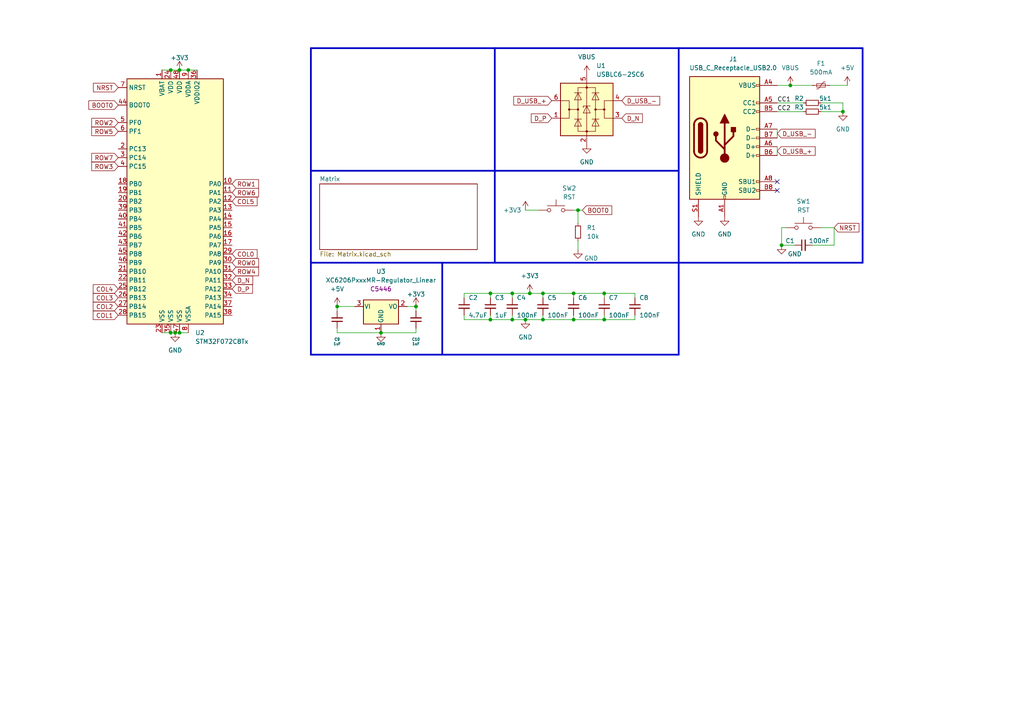
<source format=kicad_sch>
(kicad_sch (version 20230121) (generator eeschema)
  (paper "A4")
  (lib_symbols
    (symbol "Connector:USB_C_Receptacle_USB2.0" (pin_names (offset 1.016))
      (property "Reference" "J" (at -10.16 19.05 0))
      (property "Value" "USB_C_Receptacle_USB2.0" (at 19.05 19.05 0))
      (symbol "USB_C_Receptacle_USB2.0_0_0"
        (rectangle (start -0.254 -17.78) (end 0.254 -16.764))
        (rectangle (start 10.16 -14.986) (end 9.144 -15.494))
        (rectangle (start 10.16 -12.446) (end 9.144 -12.954))
        (rectangle (start 10.16 -4.826) (end 9.144 -5.334))
        (rectangle (start 10.16 -2.286) (end 9.144 -2.794))
        (rectangle (start 10.16 0.254) (end 9.144 -0.254))
        (rectangle (start 10.16 2.794) (end 9.144 2.286))
        (rectangle (start 10.16 7.874) (end 9.144 7.366))
        (rectangle (start 10.16 10.414) (end 9.144 9.906))
        (rectangle (start 10.16 15.494) (end 9.144 14.986))
      )
      (symbol "USB_C_Receptacle_USB2.0_0_1"
        (rectangle (start -10.16 17.78) (end 10.16 -17.78) (stroke (width 0.254)) (fill (type background)))
        (arc (start -8.89 -3.81) (mid -6.985 -5.7067) (end -5.08 -3.81) (stroke (width 0.508)))
        (arc (start -7.62 -3.81) (mid -6.985 -4.4423) (end -6.35 -3.81) (stroke (width 0.254)))
        (arc (start -7.62 -3.81) (mid -6.985 -4.4423) (end -6.35 -3.81) (stroke (width 0.254)) (fill (type outline)))
        (rectangle (start -7.62 -3.81) (end -6.35 3.81) (stroke (width 0.254)) (fill (type outline)))
        (arc (start -6.35 3.81) (mid -6.985 4.4423) (end -7.62 3.81) (stroke (width 0.254)))
        (arc (start -6.35 3.81) (mid -6.985 4.4423) (end -7.62 3.81) (stroke (width 0.254)) (fill (type outline)))
        (arc (start -5.08 3.81) (mid -6.985 5.7067) (end -8.89 3.81) (stroke (width 0.508)))
        (circle (center -2.54 1.143) (radius 0.635) (stroke (width 0.254)) (fill (type outline)))
        (circle (center 0 -5.842) (radius 1.27) (fill (type outline)))
        (polyline (pts (xy -8.89 -3.81) (xy -8.89 3.81)) (stroke (width 0.508)))
        (polyline (pts (xy -5.08 3.81) (xy -5.08 -3.81)) (stroke (width 0.508)))
        (polyline (pts (xy 0 -5.842) (xy 0 4.318)) (stroke (width 0.508)))
        (polyline (pts (xy 0 -3.302) (xy -2.54 -0.762) (xy -2.54 0.508)) (stroke (width 0.508)))
        (polyline (pts (xy 0 -2.032) (xy 2.54 0.508) (xy 2.54 1.778)) (stroke (width 0.508)))
        (polyline (pts (xy -1.27 4.318) (xy 0 6.858) (xy 1.27 4.318) (xy -1.27 4.318)) (stroke (width 0.254)) (fill (type outline)))
        (rectangle (start 1.905 1.778) (end 3.175 3.048) (stroke (width 0.254)) (fill (type outline)))
      )
      (symbol "USB_C_Receptacle_USB2.0_1_1"
        (pin passive line (at 0 -22.86 90) (length 5.08) (name "GND") (number "A1"))
        (pin passive line (at 0 -22.86 90) (length 5.08) hide (name "GND") (number "A12"))
        (pin passive line (at 15.24 15.24 180) (length 5.08) (name "VBUS") (number "A4"))
        (pin bidirectional line (at 15.24 10.16 180) (length 5.08) (name "CC1") (number "A5"))
        (pin bidirectional line (at 15.24 -2.54 180) (length 5.08) (name "D+") (number "A6"))
        (pin bidirectional line (at 15.24 2.54 180) (length 5.08) (name "D-") (number "A7"))
        (pin bidirectional line (at 15.24 -12.7 180) (length 5.08) (name "SBU1") (number "A8"))
        (pin passive line (at 15.24 15.24 180) (length 5.08) hide (name "VBUS") (number "A9"))
        (pin passive line (at 0 -22.86 90) (length 5.08) hide (name "GND") (number "B1"))
        (pin passive line (at 0 -22.86 90) (length 5.08) hide (name "GND") (number "B12"))
        (pin passive line (at 15.24 15.24 180) (length 5.08) hide (name "VBUS") (number "B4"))
        (pin bidirectional line (at 15.24 7.62 180) (length 5.08) (name "CC2") (number "B5"))
        (pin bidirectional line (at 15.24 -5.08 180) (length 5.08) (name "D+") (number "B6"))
        (pin bidirectional line (at 15.24 0 180) (length 5.08) (name "D-") (number "B7"))
        (pin bidirectional line (at 15.24 -15.24 180) (length 5.08) (name "SBU2") (number "B8"))
        (pin passive line (at 15.24 15.24 180) (length 5.08) hide (name "VBUS") (number "B9"))
        (pin passive line (at -7.62 -22.86 90) (length 5.08) (name "SHIELD") (number "S1"))
      )
    )
    (symbol "Device:C_Small" (pin_numbers hide) (pin_names (offset 0.254) hide)
      (property "Reference" "C" (at 0.254 1.778 0))
      (property "Value" "C_Small" (at 0.254 -2.032 0))
      (symbol "C_Small_0_1"
        (polyline (pts (xy -1.524 -0.508) (xy 1.524 -0.508)) (stroke (width 0.3302)))
        (polyline (pts (xy -1.524 0.508) (xy 1.524 0.508)) (stroke (width 0.3048)))
      )
      (symbol "C_Small_1_1"
        (pin passive line (at 0 2.54 270) (length 2.032) (name "~") (number "1"))
        (pin passive line (at 0 -2.54 90) (length 2.032) (name "~") (number "2"))
      )
    )
    (symbol "Device:Polyfuse_Small" (pin_numbers hide) (pin_names (offset 0))
      (property "Reference" "F" (at -1.905 0 90))
      (property "Value" "Polyfuse_Small" (at 1.905 0 90))
      (symbol "Polyfuse_Small_0_1"
        (rectangle (start -0.508 1.27) (end 0.508 -1.27))
        (polyline (pts (xy 0 2.54) (xy 0 -2.54)))
        (polyline (pts (xy -1.016 1.27) (xy -1.016 0.762) (xy 1.016 -0.762) (xy 1.016 -1.27)))
      )
      (symbol "Polyfuse_Small_1_1"
        (pin passive line (at 0 2.54 270) (length 0.635) (name "~") (number "1"))
        (pin passive line (at 0 -2.54 90) (length 0.635) (name "~") (number "2"))
      )
    )
    (symbol "Device:R_Small" (pin_numbers hide) (pin_names (offset 0.254) hide)
      (property "Reference" "R" (at 0.762 0.508 0))
      (property "Value" "R_Small" (at 0.762 -1.016 0))
      (symbol "R_Small_0_1"
        (rectangle (start -0.762 1.778) (end 0.762 -1.778) (stroke (width 0.2032)))
      )
      (symbol "R_Small_1_1"
        (pin passive line (at 0 2.54 270) (length 0.762) (name "~") (number "1"))
        (pin passive line (at 0 -2.54 90) (length 0.762) (name "~") (number "2"))
      )
    )
    (symbol "MCU_ST_STM32F0:STM32F072C8Tx"
      (property "Reference" "U" (at -15.24 36.83 0))
      (property "Value" "STM32F072C8Tx" (at 7.62 36.83 0))
      (symbol "STM32F072C8Tx_0_1"
        (rectangle (start -15.24 -35.56) (end 12.7 35.56) (stroke (width 0.254)) (fill (type background)))
      )
      (symbol "STM32F072C8Tx_1_1"
        (pin power_in line (at -5.08 38.1 270) (length 2.54) (name "VBAT") (number "1"))
        (pin bidirectional line (at 15.24 5.08 180) (length 2.54) (name "PA0") (number "10"))
        (pin bidirectional line (at 15.24 2.54 180) (length 2.54) (name "PA1") (number "11"))
        (pin bidirectional line (at 15.24 0 180) (length 2.54) (name "PA2") (number "12"))
        (pin bidirectional line (at 15.24 -2.54 180) (length 2.54) (name "PA3") (number "13"))
        (pin bidirectional line (at 15.24 -5.08 180) (length 2.54) (name "PA4") (number "14"))
        (pin bidirectional line (at 15.24 -7.62 180) (length 2.54) (name "PA5") (number "15"))
        (pin bidirectional line (at 15.24 -10.16 180) (length 2.54) (name "PA6") (number "16"))
        (pin bidirectional line (at 15.24 -12.7 180) (length 2.54) (name "PA7") (number "17"))
        (pin bidirectional line (at -17.78 5.08 0) (length 2.54) (name "PB0") (number "18"))
        (pin bidirectional line (at -17.78 2.54 0) (length 2.54) (name "PB1") (number "19"))
        (pin bidirectional line (at -17.78 15.24 0) (length 2.54) (name "PC13") (number "2"))
        (pin bidirectional line (at -17.78 0 0) (length 2.54) (name "PB2") (number "20"))
        (pin bidirectional line (at -17.78 -20.32 0) (length 2.54) (name "PB10") (number "21"))
        (pin bidirectional line (at -17.78 -22.86 0) (length 2.54) (name "PB11") (number "22"))
        (pin power_in line (at -5.08 -38.1 90) (length 2.54) (name "VSS") (number "23"))
        (pin power_in line (at -2.54 38.1 270) (length 2.54) (name "VDD") (number "24"))
        (pin bidirectional line (at -17.78 -25.4 0) (length 2.54) (name "PB12") (number "25"))
        (pin bidirectional line (at -17.78 -27.94 0) (length 2.54) (name "PB13") (number "26"))
        (pin bidirectional line (at -17.78 -30.48 0) (length 2.54) (name "PB14") (number "27"))
        (pin bidirectional line (at -17.78 -33.02 0) (length 2.54) (name "PB15") (number "28"))
        (pin bidirectional line (at 15.24 -15.24 180) (length 2.54) (name "PA8") (number "29"))
        (pin bidirectional line (at -17.78 12.7 0) (length 2.54) (name "PC14") (number "3"))
        (pin bidirectional line (at 15.24 -17.78 180) (length 2.54) (name "PA9") (number "30"))
        (pin bidirectional line (at 15.24 -20.32 180) (length 2.54) (name "PA10") (number "31"))
        (pin bidirectional line (at 15.24 -22.86 180) (length 2.54) (name "PA11") (number "32"))
        (pin bidirectional line (at 15.24 -25.4 180) (length 2.54) (name "PA12") (number "33"))
        (pin bidirectional line (at 15.24 -27.94 180) (length 2.54) (name "PA13") (number "34"))
        (pin power_in line (at -2.54 -38.1 90) (length 2.54) (name "VSS") (number "35"))
        (pin power_in line (at 5.08 38.1 270) (length 2.54) (name "VDDIO2") (number "36"))
        (pin bidirectional line (at 15.24 -30.48 180) (length 2.54) (name "PA14") (number "37"))
        (pin bidirectional line (at 15.24 -33.02 180) (length 2.54) (name "PA15") (number "38"))
        (pin bidirectional line (at -17.78 -2.54 0) (length 2.54) (name "PB3") (number "39"))
        (pin bidirectional line (at -17.78 10.16 0) (length 2.54) (name "PC15") (number "4"))
        (pin bidirectional line (at -17.78 -5.08 0) (length 2.54) (name "PB4") (number "40"))
        (pin bidirectional line (at -17.78 -7.62 0) (length 2.54) (name "PB5") (number "41"))
        (pin bidirectional line (at -17.78 -10.16 0) (length 2.54) (name "PB6") (number "42"))
        (pin bidirectional line (at -17.78 -12.7 0) (length 2.54) (name "PB7") (number "43"))
        (pin input line (at -17.78 27.94 0) (length 2.54) (name "BOOT0") (number "44"))
        (pin bidirectional line (at -17.78 -15.24 0) (length 2.54) (name "PB8") (number "45"))
        (pin bidirectional line (at -17.78 -17.78 0) (length 2.54) (name "PB9") (number "46"))
        (pin power_in line (at 0 -38.1 90) (length 2.54) (name "VSS") (number "47"))
        (pin power_in line (at 0 38.1 270) (length 2.54) (name "VDD") (number "48"))
        (pin input line (at -17.78 22.86 0) (length 2.54) (name "PF0") (number "5"))
        (pin input line (at -17.78 20.32 0) (length 2.54) (name "PF1") (number "6"))
        (pin input line (at -17.78 33.02 0) (length 2.54) (name "NRST") (number "7"))
        (pin power_in line (at 2.54 -38.1 90) (length 2.54) (name "VSSA") (number "8"))
        (pin power_in line (at 2.54 38.1 270) (length 2.54) (name "VDDA") (number "9"))
      )
    )
    (symbol "Power_Protection:USBLC6-2SC6" (pin_names hide)
      (property "Reference" "U" (at 2.54 8.89 0))
      (property "Value" "USBLC6-2SC6" (at 2.54 -8.89 0))
      (symbol "USBLC6-2SC6_0_1"
        (rectangle (start -7.62 -7.62) (end 7.62 7.62) (stroke (width 0.254)) (fill (type background)))
        (circle (center -5.08 0) (radius 0.254) (fill (type outline)))
        (circle (center -2.54 0) (radius 0.254) (fill (type outline)))
        (rectangle (start -2.54 6.35) (end 2.54 -6.35))
        (circle (center 0 -6.35) (radius 0.254) (fill (type outline)))
        (polyline (pts (xy -5.08 -2.54) (xy -7.62 -2.54)))
        (polyline (pts (xy -5.08 0) (xy -5.08 -2.54)))
        (polyline (pts (xy -5.08 2.54) (xy -7.62 2.54)))
        (polyline (pts (xy -1.524 -2.794) (xy -3.556 -2.794)))
        (polyline (pts (xy -1.524 4.826) (xy -3.556 4.826)))
        (polyline (pts (xy 0 -7.62) (xy 0 -6.35)))
        (polyline (pts (xy 0 -6.35) (xy 0 1.27)))
        (polyline (pts (xy 0 1.27) (xy 0 6.35)))
        (polyline (pts (xy 0 6.35) (xy 0 7.62)))
        (polyline (pts (xy 1.524 -2.794) (xy 3.556 -2.794)))
        (polyline (pts (xy 1.524 4.826) (xy 3.556 4.826)))
        (polyline (pts (xy 5.08 -2.54) (xy 7.62 -2.54)))
        (polyline (pts (xy 5.08 0) (xy 5.08 -2.54)))
        (polyline (pts (xy 5.08 2.54) (xy 7.62 2.54)))
        (polyline (pts (xy -2.54 0) (xy -5.08 0) (xy -5.08 2.54)))
        (polyline (pts (xy 2.54 0) (xy 5.08 0) (xy 5.08 2.54)))
        (polyline (pts (xy -3.556 -4.826) (xy -1.524 -4.826) (xy -2.54 -2.794) (xy -3.556 -4.826)))
        (polyline (pts (xy -3.556 2.794) (xy -1.524 2.794) (xy -2.54 4.826) (xy -3.556 2.794)))
        (polyline (pts (xy -1.016 -1.016) (xy 1.016 -1.016) (xy 0 1.016) (xy -1.016 -1.016)))
        (polyline (pts (xy 1.016 1.016) (xy 0.762 1.016) (xy -1.016 1.016) (xy -1.016 0.508)))
        (polyline (pts (xy 3.556 -4.826) (xy 1.524 -4.826) (xy 2.54 -2.794) (xy 3.556 -4.826)))
        (polyline (pts (xy 3.556 2.794) (xy 1.524 2.794) (xy 2.54 4.826) (xy 3.556 2.794)))
        (circle (center 0 6.35) (radius 0.254) (fill (type outline)))
        (circle (center 2.54 0) (radius 0.254) (fill (type outline)))
        (circle (center 5.08 0) (radius 0.254) (fill (type outline)))
      )
      (symbol "USBLC6-2SC6_1_1"
        (pin passive line (at -10.16 -2.54 0) (length 2.54) (name "I/O1") (number "1"))
        (pin passive line (at 0 -10.16 90) (length 2.54) (name "GND") (number "2"))
        (pin passive line (at 10.16 -2.54 180) (length 2.54) (name "I/O2") (number "3"))
        (pin passive line (at 10.16 2.54 180) (length 2.54) (name "I/O2") (number "4"))
        (pin passive line (at 0 10.16 270) (length 2.54) (name "VBUS") (number "5"))
        (pin passive line (at -10.16 2.54 0) (length 2.54) (name "I/O1") (number "6"))
      )
    )
    (symbol "Switch:SW_Push" (pin_numbers hide) (pin_names (offset 1.016) hide)
      (property "Reference" "SW" (at 1.27 2.54 0))
      (property "Value" "SW_Push" (at 0 -1.524 0))
      (symbol "SW_Push_0_1"
        (circle (center -2.032 0) (radius 0.508))
        (polyline (pts (xy 0 1.27) (xy 0 3.048)))
        (polyline (pts (xy 2.54 1.27) (xy -2.54 1.27)))
        (circle (center 2.032 0) (radius 0.508))
        (pin passive line (at -5.08 0 0) (length 2.54) (name "1") (number "1"))
        (pin passive line (at 5.08 0 180) (length 2.54) (name "2") (number "2"))
      )
    )
    (symbol "kicad-keyboard-parts:XC6206PxxxMR-Regulator_Linear" (pin_names (offset 0.254))
      (property "Reference" "U" (at -3.81 3.175 0))
      (property "Value" "XC6206PxxxMR-Regulator_Linear" (at 0 3.175 0))
      (property "LCSC" "C5446" (at 0 0 0))
      (symbol "XC6206PxxxMR-Regulator_Linear_0_1"
        (rectangle (start -5.08 1.905) (end 5.08 -5.08) (stroke (width 0.254)) (fill (type background)))
      )
      (symbol "XC6206PxxxMR-Regulator_Linear_1_1"
        (pin power_in line (at 0 -7.62 90) (length 2.54) (name "GND") (number "1"))
        (pin power_out line (at 7.62 0 180) (length 2.54) (name "VO") (number "2"))
        (pin power_in line (at -7.62 0 0) (length 2.54) (name "VI") (number "3"))
      )
    )
    (symbol "power:+3.3V" (power) (pin_names (offset 0))
      (property "Value" "+3.3V" (at 0 3.556 0))
      (symbol "+3.3V_0_1"
        (polyline (pts (xy -0.762 1.27) (xy 0 2.54)))
        (polyline (pts (xy 0 0) (xy 0 2.54)))
        (polyline (pts (xy 0 2.54) (xy 0.762 1.27)))
      )
      (symbol "+3.3V_1_1"
        (pin power_in line (at 0 0 90) (length 0) hide (name "+3V3") (number "1"))
      )
    )
    (symbol "power:+3V3" (power) (pin_names (offset 0))
      (property "Value" "+3V3" (at 0 3.556 0))
      (symbol "+3V3_0_1"
        (polyline (pts (xy -0.762 1.27) (xy 0 2.54)))
        (polyline (pts (xy 0 0) (xy 0 2.54)))
        (polyline (pts (xy 0 2.54) (xy 0.762 1.27)))
      )
      (symbol "+3V3_1_1"
        (pin power_in line (at 0 0 90) (length 0) hide (name "+3V3") (number "1"))
      )
    )
    (symbol "power:+5V" (power) (pin_names (offset 0))
      (property "Value" "+5V" (at 0 3.556 0))
      (symbol "+5V_0_1"
        (polyline (pts (xy -0.762 1.27) (xy 0 2.54)))
        (polyline (pts (xy 0 0) (xy 0 2.54)))
        (polyline (pts (xy 0 2.54) (xy 0.762 1.27)))
      )
      (symbol "+5V_1_1"
        (pin power_in line (at 0 0 90) (length 0) hide (name "+5V") (number "1"))
      )
    )
    (symbol "power:GND" (power) (pin_names (offset 0))
      (property "Value" "GND" (at 0 -3.81 0))
      (symbol "GND_0_1"
        (polyline (pts (xy 0 0) (xy 0 -1.27) (xy 1.27 -1.27) (xy 0 -2.54) (xy -1.27 -1.27) (xy 0 -1.27)))
      )
      (symbol "GND_1_1"
        (pin power_in line (at 0 0 270) (length 0) hide (name "GND") (number "1"))
      )
    )
    (symbol "power:VBUS" (power) (pin_names (offset 0))
      (property "Value" "VBUS" (at 0 3.81 0))
      (symbol "VBUS_0_1"
        (polyline (pts (xy -0.762 1.27) (xy 0 2.54)))
        (polyline (pts (xy 0 0) (xy 0 2.54)))
        (polyline (pts (xy 0 2.54) (xy 0.762 1.27)))
      )
      (symbol "VBUS_1_1"
        (pin power_in line (at 0 0 90) (length 0) hide (name "VBUS") (number "1"))
      )
    )
  )
  (junction (at 157.48 85.09))
  (junction (at 148.59 85.09))
  (junction (at 229.235 24.765))
  (junction (at 142.24 85.09))
  (junction (at 226.695 71.12))
  (junction (at 148.59 92.71))
  (junction (at 52.07 96.52))
  (junction (at 120.65 88.9) (diameter 0.9144))
  (junction (at 153.67 85.09))
  (junction (at 142.24 92.71))
  (junction (at 244.475 32.385))
  (junction (at 166.37 92.71))
  (junction (at 166.37 85.09))
  (junction (at 49.53 96.52))
  (junction (at 97.79 88.9) (diameter 0.9144))
  (junction (at 152.4 92.71))
  (junction (at 157.48 92.71))
  (junction (at 175.26 92.71))
  (junction (at 49.53 20.32))
  (junction (at 167.64 60.96))
  (junction (at 175.26 85.09))
  (junction (at 110.49 96.52) (diameter 0.9144))
  (junction (at 50.8 96.52))
  (junction (at 52.07 20.32))
  (junction (at 54.61 20.32))
  (no_connect (at 225.425 52.705))
  (no_connect (at 225.425 55.245))
  (polyline (pts (xy 143.51 49.53) (xy 196.85 49.53)) (stroke (width 0.5) (type solid)))
  (wire (pts (xy 157.48 85.09) (xy 166.37 85.09)))
  (wire (pts (xy 166.37 85.09) (xy 166.37 86.36)))
  (polyline (pts (xy 90.17 13.97) (xy 143.51 13.97)) (stroke (width 0.5) (type solid)))
  (wire (pts (xy 142.24 91.44) (xy 142.24 92.71)))
  (wire (pts (xy 166.37 85.09) (xy 175.26 85.09)))
  (wire (pts (xy 175.26 85.09) (xy 184.15 85.09)))
  (wire (pts (xy 167.64 60.96) (xy 167.64 64.77)))
  (wire (pts (xy 134.62 86.36) (xy 134.62 85.09)))
  (wire (pts (xy 134.62 85.09) (xy 142.24 85.09)))
  (wire (pts (xy 97.79 88.9) (xy 102.87 88.9)))
  (wire (pts (xy 134.62 91.44) (xy 134.62 92.71)))
  (wire (pts (xy 226.695 66.04) (xy 227.965 66.04)))
  (wire (pts (xy 166.37 60.96) (xy 167.64 60.96)))
  (wire (pts (xy 54.61 20.32) (xy 52.07 20.32)))
  (wire (pts (xy 97.79 95.25) (xy 97.79 96.52)))
  (wire (pts (xy 50.8 96.52) (xy 52.07 96.52)))
  (wire (pts (xy 225.425 24.765) (xy 229.235 24.765)))
  (wire (pts (xy 167.64 60.96) (xy 168.91 60.96)))
  (polyline (pts (xy 90.17 102.87) (xy 196.85 102.87)) (stroke (width 0.5) (type solid)))
  (wire (pts (xy 46.99 20.32) (xy 49.53 20.32)))
  (wire (pts (xy 152.4 60.96) (xy 156.21 60.96)))
  (wire (pts (xy 235.585 71.12) (xy 241.935 71.12)))
  (polyline (pts (xy 90.17 49.53) (xy 143.51 49.53)) (stroke (width 0.5) (type solid)))
  (polyline (pts (xy 128.27 76.2) (xy 128.27 102.87)) (stroke (width 0.5) (type solid)))
  (wire (pts (xy 240.665 24.765) (xy 245.745 24.765)))
  (polyline (pts (xy 90.17 76.2) (xy 90.17 102.87)) (stroke (width 0.5) (type solid)))
  (wire (pts (xy 142.24 85.09) (xy 142.24 86.36)))
  (wire (pts (xy 225.425 37.465) (xy 225.425 40.005)))
  (wire (pts (xy 110.49 96.52) (xy 97.79 96.52)))
  (wire (pts (xy 157.48 92.71) (xy 166.37 92.71)))
  (wire (pts (xy 166.37 92.71) (xy 166.37 91.44)))
  (wire (pts (xy 238.125 29.845) (xy 244.475 29.845)))
  (wire (pts (xy 241.935 71.12) (xy 241.935 66.04)))
  (wire (pts (xy 175.26 85.09) (xy 175.26 86.36)))
  (wire (pts (xy 175.26 91.44) (xy 175.26 92.71)))
  (wire (pts (xy 225.425 32.385) (xy 233.045 32.385)))
  (wire (pts (xy 148.59 91.44) (xy 148.59 92.71)))
  (wire (pts (xy 238.125 66.04) (xy 241.935 66.04)))
  (wire (pts (xy 226.695 71.12) (xy 226.695 66.04)))
  (wire (pts (xy 120.65 88.9) (xy 120.65 90.17)))
  (wire (pts (xy 148.59 85.09) (xy 142.24 85.09)))
  (wire (pts (xy 148.59 85.09) (xy 148.59 86.36)))
  (wire (pts (xy 142.24 92.71) (xy 148.59 92.71)))
  (wire (pts (xy 157.48 92.71) (xy 157.48 91.44)))
  (wire (pts (xy 134.62 92.71) (xy 142.24 92.71)))
  (wire (pts (xy 238.125 32.385) (xy 244.475 32.385)))
  (wire (pts (xy 184.15 85.09) (xy 184.15 86.36)))
  (wire (pts (xy 54.61 20.32) (xy 57.15 20.32)))
  (wire (pts (xy 157.48 85.09) (xy 157.48 86.36)))
  (wire (pts (xy 166.37 92.71) (xy 175.26 92.71)))
  (wire (pts (xy 175.26 92.71) (xy 184.15 92.71)))
  (wire (pts (xy 225.425 29.845) (xy 233.045 29.845)))
  (wire (pts (xy 184.15 91.44) (xy 184.15 92.71)))
  (polyline (pts (xy 90.17 76.2) (xy 143.51 76.2)) (stroke (width 0.5) (type solid)))
  (wire (pts (xy 167.64 69.85) (xy 167.64 72.39)))
  (wire (pts (xy 244.475 29.845) (xy 244.475 32.385)))
  (wire (pts (xy 120.65 95.25) (xy 120.65 96.52)))
  (wire (pts (xy 110.49 96.52) (xy 120.65 96.52)))
  (wire (pts (xy 46.99 96.52) (xy 49.53 96.52)))
  (wire (pts (xy 148.59 92.71) (xy 152.4 92.71)))
  (polyline (pts (xy 143.51 13.97) (xy 143.51 76.2)) (stroke (width 0.5) (type solid)))
  (polyline (pts (xy 143.51 13.97) (xy 196.85 13.97)) (stroke (width 0.5) (type solid)))
  (polyline (pts (xy 196.85 13.97) (xy 250.19 13.97)) (stroke (width 0.5) (type solid)))
  (polyline (pts (xy 143.51 76.2) (xy 196.85 76.2)) (stroke (width 0.5) (type solid)))
  (polyline (pts (xy 196.85 76.2) (xy 250.19 76.2)) (stroke (width 0.5) (type solid)))
  (polyline (pts (xy 196.85 76.2) (xy 196.85 13.97)) (stroke (width 0.5) (type solid)))
  (polyline (pts (xy 250.19 76.2) (xy 250.19 13.97)) (stroke (width 0.5) (type solid)))
  (wire (pts (xy 49.53 20.32) (xy 52.07 20.32)))
  (wire (pts (xy 230.505 71.12) (xy 226.695 71.12)))
  (polyline (pts (xy 90.17 76.2) (xy 90.17 13.97)) (stroke (width 0.5) (type solid)))
  (wire (pts (xy 225.425 42.545) (xy 225.425 45.085)))
  (wire (pts (xy 52.07 96.52) (xy 54.61 96.52)))
  (polyline (pts (xy 196.85 76.2) (xy 196.85 102.87)) (stroke (width 0.5) (type solid)))
  (wire (pts (xy 229.235 24.765) (xy 235.585 24.765)))
  (wire (pts (xy 97.79 88.9) (xy 97.79 90.17)))
  (wire (pts (xy 118.11 88.9) (xy 120.65 88.9)))
  (wire (pts (xy 49.53 96.52) (xy 50.8 96.52)))
  (wire (pts (xy 148.59 85.09) (xy 153.67 85.09)))
  (wire (pts (xy 153.67 85.09) (xy 157.48 85.09)))
  (wire (pts (xy 152.4 92.71) (xy 157.48 92.71)))
  (label "CC2" (at 225.425 32.385 0))
  (label "CC1" (at 225.425 29.845 0))
  (global_label "D_P" (shape input) (at 67.31 83.82 0) (property "Intersheetrefs" "${INTERSHEET_REFS}" (effects hide)))
  (global_label "D_P" (shape input) (at 160.02 34.29 180) (property "Intersheetrefs" "${INTERSHEET_REFS}" (effects hide)))
  (global_label "COL0" (shape input) (at 67.31 73.66 0) (property "Intersheetrefs" "${INTERSHEET_REFS}" (effects hide)))
  (global_label "ROW4" (shape input) (at 67.31 78.74 0) (property "Intersheetrefs" "${INTERSHEET_REFS}" (effects hide)))
  (global_label "ROW3" (shape input) (at 34.29 48.26 180) (property "Intersheetrefs" "${INTERSHEET_REFS}" (effects hide)))
  (global_label "ROW2" (shape input) (at 34.29 35.56 180) (property "Intersheetrefs" "${INTERSHEET_REFS}" (effects hide)))
  (global_label "ROW0" (shape input) (at 67.31 76.2 0) (property "Intersheetrefs" "${INTERSHEET_REFS}" (effects hide)))
  (global_label "ROW5" (shape input) (at 34.29 38.1 180) (property "Intersheetrefs" "${INTERSHEET_REFS}" (effects hide)))
  (global_label "D_USB_-" (shape input) (at 180.34 29.21 0) (property "Intersheetrefs" "${INTERSHEET_REFS}" (effects hide)))
  (global_label "D_USB_+" (shape input) (at 225.425 43.815 0) (property "Intersheetrefs" "${INTERSHEET_REFS}" (effects hide)))
  (global_label "NRST" (shape input) (at 241.935 66.04 0) (property "Intersheetrefs" "${INTERSHEET_REFS}" (effects hide)))
  (global_label "D_USB_-" (shape input) (at 225.425 38.735 0) (property "Intersheetrefs" "${INTERSHEET_REFS}" (effects hide)))
  (global_label "COL3" (shape input) (at 34.29 86.36 180) (property "Intersheetrefs" "${INTERSHEET_REFS}" (effects hide)))
  (global_label "NRST" (shape input) (at 34.29 25.4 180) (property "Intersheetrefs" "${INTERSHEET_REFS}" (effects hide)))
  (global_label "ROW1" (shape input) (at 67.31 53.34 0) (property "Intersheetrefs" "${INTERSHEET_REFS}" (effects hide)))
  (global_label "COL5" (shape input) (at 67.31 58.42 0) (property "Intersheetrefs" "${INTERSHEET_REFS}" (effects hide)))
  (global_label "D_N" (shape input) (at 67.31 81.28 0) (property "Intersheetrefs" "${INTERSHEET_REFS}" (effects hide)))
  (global_label "D_USB_+" (shape input) (at 160.02 29.21 180) (property "Intersheetrefs" "${INTERSHEET_REFS}" (effects hide)))
  (global_label "COL2" (shape input) (at 34.29 88.9 180) (property "Intersheetrefs" "${INTERSHEET_REFS}" (effects hide)))
  (global_label "ROW6" (shape input) (at 67.31 55.88 0) (property "Intersheetrefs" "${INTERSHEET_REFS}" (effects hide)))
  (global_label "COL4" (shape input) (at 34.29 83.82 180) (property "Intersheetrefs" "${INTERSHEET_REFS}" (effects hide)))
  (global_label "ROW7" (shape input) (at 34.29 45.72 180) (property "Intersheetrefs" "${INTERSHEET_REFS}" (effects hide)))
  (global_label "COL1" (shape input) (at 34.29 91.44 180) (property "Intersheetrefs" "${INTERSHEET_REFS}" (effects hide)))
  (global_label "BOOT0" (shape input) (at 34.29 30.48 180) (property "Intersheetrefs" "${INTERSHEET_REFS}" (effects hide)))
  (global_label "D_N" (shape input) (at 180.34 34.29 0) (property "Intersheetrefs" "${INTERSHEET_REFS}" (effects hide)))
  (global_label "BOOT0" (shape input) (at 168.91 60.96 0) (property "Intersheetrefs" "${INTERSHEET_REFS}" (effects hide)))
  (symbol (lib_id "power:GND") (at 152.4 92.71 0) (unit 1)
    (property "Reference" "#PWR013" (effects hide))
    (property "Value" "GND" (at 152.4 97.79 0))
  )
  (symbol (lib_id "Device:Polyfuse_Small") (at 238.125 24.765 90) (unit 1)
    (property "Reference" "F1" (at 238.125 18.415 90))
    (property "Value" "500mA" (at 238.125 20.955 90))
    (property "Footprint" "Fuse:Fuse_1206_3216Metric" (effects hide))
    (property "LCSC" "C70076" (effects hide))
  )
  (symbol (lib_id "Power_Protection:USBLC6-2SC6") (at 170.18 31.75 0) (unit 1)
    (property "Reference" "U1" (at 172.9487 19.05 0) (effects (justify left)))
    (property "Value" "USBLC6-2SC6" (at 172.9487 21.59 0) (effects (justify left)))
    (property "Footprint" "Package_TO_SOT_SMD:SOT-23-6" (effects hide))
    (property "Datasheet" "https://www.st.com/resource/en/datasheet/usblc6-2.pdf" (effects hide))
    (property "LCSC" "C2827654" (effects hide))
  )
  (symbol (lib_id "Device:R_Small") (at 235.585 32.385 90) (unit 1)
    (property "Reference" "R3" (at 231.775 31.115 90))
    (property "Value" "5k1" (at 239.395 31.115 90))
    (property "Footprint" "Resistor_SMD:R_0402_1005Metric" (effects hide))
    (property "LCSC" "C25905" (effects hide))
  )
  (symbol (lib_id "power:VBUS") (at 229.235 24.765 0) (unit 1)
    (property "Reference" "#PWR06" (effects hide))
    (property "Value" "VBUS" (at 229.235 19.685 0))
  )
  (symbol (lib_id "Device:C_Small") (at 97.79 92.71 180) (unit 1)
    (property "Reference" "C9" (at 97.79 98.425 0) (effects (font (size 0.762 0.762))))
    (property "Value" "1uF" (at 97.79 99.695 0) (effects (font (size 0.762 0.762))))
    (property "Footprint" "Capacitor_SMD:C_0402_1005Metric" (effects hide))
    (property "LCSC" "C52923" (effects hide))
  )
  (symbol (lib_id "Device:C_Small") (at 233.045 71.12 90) (unit 1)
    (property "Reference" "C1" (at 230.505 69.85 90) (effects (justify left)))
    (property "Value" "100nF" (at 240.665 69.85 90) (effects (justify left)))
    (property "Footprint" "Capacitor_SMD:C_0402_1005Metric" (effects hide))
    (property "LCSC" "C307331" (effects hide))
  )
  (symbol (lib_id "power:GND") (at 167.64 72.39 0) (unit 1)
    (property "Reference" "#PWR09" (effects hide))
    (property "Value" "GND" (at 171.45 74.93 0))
  )
  (symbol (lib_id "power:GND") (at 170.18 41.91 0) (unit 1)
    (property "Reference" "#PWR05" (effects hide))
    (property "Value" "GND" (at 170.18 46.99 0))
  )
  (symbol (lib_id "Switch:SW_Push") (at 233.045 66.04 0) (unit 1)
    (property "Reference" "SW1" (at 233.045 58.42 0))
    (property "Value" "RST" (at 233.045 60.96 0))
    (property "Footprint" "Button_Switch_SMD:SW_SPST_SKQG_WithoutStem" (effects hide))
    (property "LCSC" "C318884" (effects hide))
  )
  (symbol (lib_id "Device:C_Small") (at 142.24 88.9 0) (unit 1)
    (property "Reference" "C3" (at 143.51 86.3599 0) (effects (justify left)))
    (property "Value" "1uF" (at 143.51 91.4399 0) (effects (justify left)))
    (property "Footprint" "Capacitor_SMD:C_0402_1005Metric" (effects hide))
    (property "LCSC" "C52923" (effects hide))
  )
  (symbol (lib_id "power:+5V") (at 97.79 88.9 0) (unit 1)
    (property "Reference" "#PWR011" (effects hide))
    (property "Value" "+5V" (at 97.79 83.82 0))
  )
  (symbol (lib_id "Connector:USB_C_Receptacle_USB2.0") (at 210.185 40.005 0) (unit 1)
    (property "Reference" "J1" (at 212.6615 17.145 0))
    (property "Value" "USB_C_Receptacle_USB2.0" (at 212.6615 19.685 0))
    (property "Footprint" "Connector_USB:USB_C_Receptacle_HRO_TYPE-C-31-M-12" (effects hide))
    (property "Datasheet" "https://www.usb.org/sites/default/files/documents/usb_type-c.zip" (effects hide))
    (property "LCSC" "C165948" (effects hide))
  )
  (symbol (lib_id "Switch:SW_Push") (at 161.29 60.96 0) (unit 1)
    (property "Reference" "SW2" (at 165.1 54.61 0))
    (property "Value" "RST" (at 165.1 57.15 0))
    (property "Footprint" "Button_Switch_SMD:SW_SPST_SKQG_WithoutStem" (effects hide))
    (property "LCSC" "C318884" (effects hide))
  )
  (symbol (lib_id "power:+3.3V") (at 152.4 60.96 0) (unit 1)
    (property "Reference" "#PWR07" (effects hide))
    (property "Value" "+3.3V" (at 148.59 60.96 0))
  )
  (symbol (lib_id "Device:C_Small") (at 148.59 88.9 0) (unit 1)
    (property "Reference" "C4" (at 149.86 86.3599 0) (effects (justify left)))
    (property "Value" "100nF" (at 149.86 91.4399 0) (effects (justify left)))
    (property "Footprint" "Capacitor_SMD:C_0402_1005Metric" (effects hide))
    (property "LCSC" "C307331" (effects hide))
  )
  (symbol (lib_id "power:GND") (at 110.49 96.52 0) (unit 1)
    (property "Reference" "#PWR015" (effects hide))
    (property "Value" "GND" (at 110.49 99.695 0) (effects (font (size 0.762 0.762))))
  )
  (symbol (lib_id "power:+5V") (at 245.745 24.765 0) (unit 1)
    (property "Reference" "#PWR017" (effects hide))
    (property "Value" "+5V" (at 245.745 19.685 0))
  )
  (symbol (lib_id "Device:C_Small") (at 166.37 88.9 0) (unit 1)
    (property "Reference" "C6" (at 167.64 86.3599 0) (effects (justify left)))
    (property "Value" "100nF" (at 167.64 91.4399 0) (effects (justify left)))
    (property "Footprint" "Capacitor_SMD:C_0402_1005Metric" (effects hide))
    (property "LCSC" "C307331" (effects hide))
  )
  (symbol (lib_id "power:VBUS") (at 170.18 21.59 0) (unit 1)
    (property "Reference" "#PWR02" (effects hide))
    (property "Value" "VBUS" (at 170.18 16.51 0))
  )
  (symbol (lib_id "power:GND") (at 226.695 71.12 0) (unit 1)
    (property "Reference" "#PWR08" (effects hide))
    (property "Value" "GND" (at 230.505 73.66 0))
  )
  (symbol (lib_id "Device:C_Small") (at 134.62 88.9 0) (unit 1)
    (property "Reference" "C2" (at 135.89 86.3599 0) (effects (justify left)))
    (property "Value" "4.7uF" (at 135.89 91.4399 0) (effects (justify left)))
    (property "Footprint" "Capacitor_SMD:C_0402_1005Metric" (effects hide))
    (property "LCSC" "C52923" (effects hide))
  )
  (symbol (lib_id "Device:R_Small") (at 235.585 29.845 90) (unit 1)
    (property "Reference" "R2" (at 231.775 28.575 90))
    (property "Value" "5k1" (at 239.395 28.575 90))
    (property "Footprint" "Resistor_SMD:R_0402_1005Metric" (effects hide))
    (property "LCSC" "C25905" (effects hide))
  )
  (symbol (lib_id "Device:C_Small") (at 157.48 88.9 0) (unit 1)
    (property "Reference" "C5" (at 158.75 86.3599 0) (effects (justify left)))
    (property "Value" "100nF" (at 158.75 91.4399 0) (effects (justify left)))
    (property "Footprint" "Capacitor_SMD:C_0402_1005Metric" (effects hide))
    (property "LCSC" "C307331" (effects hide))
  )
  (symbol (lib_id "power:+3.3V") (at 120.65 88.9 0) (unit 1)
    (property "Reference" "#PWR012" (effects hide))
    (property "Value" "+3.3V" (at 120.65 85.3526 0))
  )
  (symbol (lib_id "power:GND") (at 210.185 62.865 0) (unit 1)
    (property "Reference" "#PWR04" (effects hide))
    (property "Value" "GND" (at 210.185 67.945 0))
  )
  (symbol (lib_id "kicad-keyboard-parts:XC6206PxxxMR-Regulator_Linear") (at 110.49 88.9 0) (unit 1)
    (property "Reference" "U3" (at 110.49 78.74 0))
    (property "Value" "XC6206PxxxMR-Regulator_Linear" (at 110.49 81.28 0))
    (property "Footprint" "Package_TO_SOT_SMD:SOT-23" (effects hide))
    (property "Datasheet" "https://www.torexsemi.com/file/xc6206/XC6206.pdf" (effects hide))
    (property "LCSC" "C5446" (at 110.49 83.82 0))
  )
  (symbol (lib_id "power:GND") (at 202.565 62.865 0) (unit 1)
    (property "Reference" "#PWR03" (effects hide))
    (property "Value" "GND" (at 202.565 67.945 0))
  )
  (symbol (lib_id "power:+3V3") (at 153.67 85.09 0) (unit 1)
    (property "Reference" "#PWR010" (effects hide))
    (property "Value" "+3V3" (at 153.67 80.01 0))
  )
  (symbol (lib_id "Device:C_Small") (at 184.15 88.9 0) (unit 1)
    (property "Reference" "C8" (at 185.42 86.3599 0) (effects (justify left)))
    (property "Value" "100nF" (at 185.42 91.4399 0) (effects (justify left)))
    (property "Footprint" "Capacitor_SMD:C_0402_1005Metric" (effects hide))
    (property "LCSC" "C307331" (effects hide))
  )
  (symbol (lib_id "power:+3.3V") (at 52.07 20.32 0) (unit 1)
    (property "Reference" "#PWR01" (effects hide))
    (property "Value" "+3.3V" (at 52.07 16.7726 0))
  )
  (symbol (lib_id "Device:C_Small") (at 175.26 88.9 0) (unit 1)
    (property "Reference" "C7" (at 176.53 86.3599 0) (effects (justify left)))
    (property "Value" "100nF" (at 176.53 91.4399 0) (effects (justify left)))
    (property "Footprint" "Capacitor_SMD:C_0402_1005Metric" (effects hide))
    (property "LCSC" "C307331" (effects hide))
  )
  (symbol (lib_id "MCU_ST_STM32F0:STM32F072C8Tx") (at 52.07 58.42 0) (unit 1)
    (property "Reference" "U2" (at 56.6294 96.52 0) (effects (justify left)))
    (property "Value" "STM32F072C8Tx" (at 56.6294 99.06 0) (effects (justify left)))
    (property "Footprint" "Package_QFP:LQFP-48_7x7mm_P0.5mm" (effects hide))
    (property "Datasheet" "http://www.st.com/st-web-ui/static/active/en/resource/technical/document/datasheet/DM00090510.pdf" (effects hide))
    (property "LCSC" "C80488" (effects hide))
  )
  (symbol (lib_id "Device:C_Small") (at 120.65 92.71 180) (unit 1)
    (property "Reference" "C10" (at 120.65 98.425 0) (effects (font (size 0.762 0.762))))
    (property "Value" "1uF" (at 120.65 99.695 0) (effects (font (size 0.762 0.762))))
    (property "Footprint" "Capacitor_SMD:C_0402_1005Metric" (effects hide))
    (property "LCSC" "C52923" (effects hide))
  )
  (symbol (lib_id "power:GND") (at 244.475 32.385 0) (unit 1)
    (property "Reference" "#PWR016" (effects hide))
    (property "Value" "GND" (at 244.475 37.465 0))
  )
  (symbol (lib_id "Device:R_Small") (at 167.64 67.31 0) (unit 1)
    (property "Reference" "R1" (at 170.18 66.0399 0) (effects (justify left)))
    (property "Value" "10k" (at 170.18 68.5799 0) (effects (justify left)))
    (property "Footprint" "Resistor_SMD:R_0402_1005Metric" (effects hide))
    (property "LCSC" "C25744" (effects hide))
  )
  (symbol (lib_id "power:GND") (at 50.8 96.52 0) (unit 1)
    (property "Reference" "#PWR014" (effects hide))
    (property "Value" "GND" (at 50.8 101.6 0))
  )
  (sheet (at 92.71 53.34) (size 45.72 19.05) (stroke (width 0.1524))
    (property "Sheetname" "Matrix" (at 92.71 52.6284 0) (effects (justify left bottom)))
    (property "Sheetfile" "Matrix.kicad_sch" (at 92.71 72.9746 0) (effects (justify left top)))
  )
)
</source>
